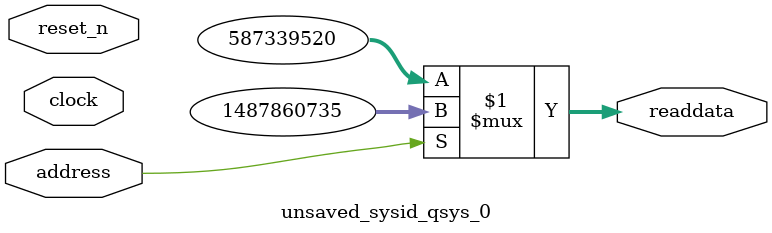
<source format=v>



// synthesis translate_off
`timescale 1ns / 1ps
// synthesis translate_on

// turn off superfluous verilog processor warnings 
// altera message_level Level1 
// altera message_off 10034 10035 10036 10037 10230 10240 10030 

module unsaved_sysid_qsys_0 (
               // inputs:
                address,
                clock,
                reset_n,

               // outputs:
                readdata
             )
;

  output  [ 31: 0] readdata;
  input            address;
  input            clock;
  input            reset_n;

  wire    [ 31: 0] readdata;
  //control_slave, which is an e_avalon_slave
  assign readdata = address ? 1487860735 : 587339520;

endmodule



</source>
